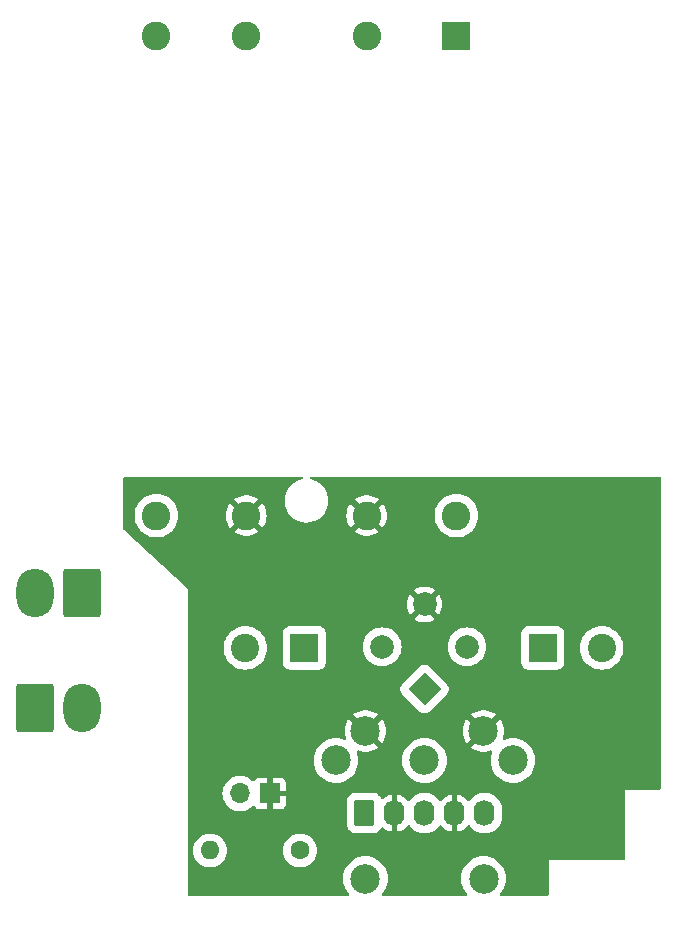
<source format=gbr>
%TF.GenerationSoftware,KiCad,Pcbnew,8.0.2*%
%TF.CreationDate,2024-08-04T20:07:12-04:00*%
%TF.ProjectId,M1PSX3,4d315053-5833-42e6-9b69-6361645f7063,rev?*%
%TF.SameCoordinates,Original*%
%TF.FileFunction,Copper,L1,Top*%
%TF.FilePolarity,Positive*%
%FSLAX46Y46*%
G04 Gerber Fmt 4.6, Leading zero omitted, Abs format (unit mm)*
G04 Created by KiCad (PCBNEW 8.0.2) date 2024-08-04 20:07:12*
%MOMM*%
%LPD*%
G01*
G04 APERTURE LIST*
G04 Aperture macros list*
%AMRoundRect*
0 Rectangle with rounded corners*
0 $1 Rounding radius*
0 $2 $3 $4 $5 $6 $7 $8 $9 X,Y pos of 4 corners*
0 Add a 4 corners polygon primitive as box body*
4,1,4,$2,$3,$4,$5,$6,$7,$8,$9,$2,$3,0*
0 Add four circle primitives for the rounded corners*
1,1,$1+$1,$2,$3*
1,1,$1+$1,$4,$5*
1,1,$1+$1,$6,$7*
1,1,$1+$1,$8,$9*
0 Add four rect primitives between the rounded corners*
20,1,$1+$1,$2,$3,$4,$5,0*
20,1,$1+$1,$4,$5,$6,$7,0*
20,1,$1+$1,$6,$7,$8,$9,0*
20,1,$1+$1,$8,$9,$2,$3,0*%
%AMHorizOval*
0 Thick line with rounded ends*
0 $1 width*
0 $2 $3 position (X,Y) of the first rounded end (center of the circle)*
0 $4 $5 position (X,Y) of the second rounded end (center of the circle)*
0 Add line between two ends*
20,1,$1,$2,$3,$4,$5,0*
0 Add two circle primitives to create the rounded ends*
1,1,$1,$2,$3*
1,1,$1,$4,$5*%
%AMRotRect*
0 Rectangle, with rotation*
0 The origin of the aperture is its center*
0 $1 length*
0 $2 width*
0 $3 Rotation angle, in degrees counterclockwise*
0 Add horizontal line*
21,1,$1,$2,0,0,$3*%
G04 Aperture macros list end*
%TA.AperFunction,ComponentPad*%
%ADD10R,1.700000X1.700000*%
%TD*%
%TA.AperFunction,ComponentPad*%
%ADD11O,1.700000X1.700000*%
%TD*%
%TA.AperFunction,WasherPad*%
%ADD12C,2.499360*%
%TD*%
%TA.AperFunction,ComponentPad*%
%ADD13C,2.499360*%
%TD*%
%TA.AperFunction,ComponentPad*%
%ADD14R,2.400000X2.400000*%
%TD*%
%TA.AperFunction,ComponentPad*%
%ADD15C,2.400000*%
%TD*%
%TA.AperFunction,ComponentPad*%
%ADD16RoundRect,0.250000X-1.330000X-1.800000X1.330000X-1.800000X1.330000X1.800000X-1.330000X1.800000X0*%
%TD*%
%TA.AperFunction,ComponentPad*%
%ADD17O,3.160000X4.100000*%
%TD*%
%TA.AperFunction,ComponentPad*%
%ADD18RoundRect,0.250000X1.330000X1.800000X-1.330000X1.800000X-1.330000X-1.800000X1.330000X-1.800000X0*%
%TD*%
%TA.AperFunction,ComponentPad*%
%ADD19RotRect,2.000000X2.000000X135.000000*%
%TD*%
%TA.AperFunction,ComponentPad*%
%ADD20HorizOval,2.000000X0.000000X0.000000X0.000000X0.000000X0*%
%TD*%
%TA.AperFunction,ComponentPad*%
%ADD21C,1.600000*%
%TD*%
%TA.AperFunction,ComponentPad*%
%ADD22O,1.600000X1.600000*%
%TD*%
%TA.AperFunction,ComponentPad*%
%ADD23R,2.430000X2.430000*%
%TD*%
%TA.AperFunction,ComponentPad*%
%ADD24C,2.430000*%
%TD*%
%TA.AperFunction,ComponentPad*%
%ADD25RoundRect,0.250000X-0.620000X-0.845000X0.620000X-0.845000X0.620000X0.845000X-0.620000X0.845000X0*%
%TD*%
%TA.AperFunction,ComponentPad*%
%ADD26O,1.740000X2.190000*%
%TD*%
G04 APERTURE END LIST*
D10*
%TO.P,LED1,1,Pin_1*%
%TO.N,GND*%
X89916000Y-100330000D03*
D11*
%TO.P,LED1,2,Pin_2*%
%TO.N,Net-(LED1-Pin_2)*%
X87376000Y-100330000D03*
%TD*%
D12*
%TO.P,J3,*%
%TO.N,*%
X97992480Y-107531090D03*
X107995000Y-107531090D03*
D13*
%TO.P,J3,1,Pin_1*%
%TO.N,Net-(J2-Pin_5)*%
X110491820Y-97536190D03*
%TO.P,J3,2,Pin_2*%
%TO.N,Net-(D1-+)*%
X102993740Y-97533650D03*
%TO.P,J3,3,Pin_3*%
%TO.N,Net-(J2-Pin_1)*%
X95495660Y-97536190D03*
%TO.P,J3,4,Pin_4*%
%TO.N,GND*%
X107989920Y-95034290D03*
%TO.P,J3,5,Pin_5*%
X97997560Y-95034290D03*
%TD*%
D14*
%TO.P,C1,1*%
%TO.N,Net-(C1-Pad1)*%
X92823959Y-88000000D03*
D15*
%TO.P,C1,2*%
%TO.N,Net-(J2-Pin_1)*%
X87823959Y-88000000D03*
%TD*%
D16*
%TO.P,J1,1,Pin_1*%
%TO.N,Net-(J1-Pin_1)*%
X70020000Y-93105000D03*
D17*
%TO.P,J1,2,Pin_2*%
%TO.N,Net-(J1-Pin_2)*%
X73980000Y-93105000D03*
%TD*%
D18*
%TO.P,J4,1,Pin_1*%
%TO.N,Net-(J1-Pin_2)*%
X73980000Y-83345000D03*
D17*
%TO.P,J4,2,Pin_2*%
%TO.N,Net-(J1-Pin_1)*%
X70020000Y-83345000D03*
%TD*%
D19*
%TO.P,D1,1,+*%
%TO.N,Net-(D1-+)*%
X103000000Y-91500000D03*
D20*
%TO.P,D1,2*%
%TO.N,Net-(C2-Pad1)*%
X106592102Y-87907898D03*
%TO.P,D1,3,-*%
%TO.N,GND*%
X103000000Y-84315795D03*
%TO.P,D1,4*%
%TO.N,Net-(C1-Pad1)*%
X99407898Y-87907898D03*
%TD*%
D21*
%TO.P,R1,1*%
%TO.N,Net-(D1-+)*%
X92456000Y-105156000D03*
D22*
%TO.P,R1,2*%
%TO.N,Net-(LED1-Pin_2)*%
X84836000Y-105156000D03*
%TD*%
D14*
%TO.P,C2,1*%
%TO.N,Net-(C2-Pad1)*%
X113000000Y-88000000D03*
D15*
%TO.P,C2,2*%
%TO.N,Net-(J2-Pin_5)*%
X118000000Y-88000000D03*
%TD*%
D23*
%TO.P,T1,1*%
%TO.N,Net-(J1-Pin_2)*%
X105700000Y-36200000D03*
D24*
%TO.P,T1,2*%
%TO.N,Net-(T1-Pad2)*%
X98100000Y-36200000D03*
%TO.P,T1,3*%
X87900000Y-36200000D03*
%TO.P,T1,4*%
%TO.N,Net-(J1-Pin_1)*%
X80300000Y-36200000D03*
%TO.P,T1,5*%
%TO.N,Net-(J2-Pin_5)*%
X105700000Y-76800000D03*
%TO.P,T1,6*%
%TO.N,GND*%
X98100000Y-76800000D03*
%TO.P,T1,7*%
X87900000Y-76800000D03*
%TO.P,T1,8*%
%TO.N,Net-(J2-Pin_1)*%
X80300000Y-76800000D03*
%TD*%
D25*
%TO.P,J2,1,Pin_1*%
%TO.N,Net-(J2-Pin_1)*%
X97913755Y-101985000D03*
D26*
%TO.P,J2,2,Pin_2*%
%TO.N,GND*%
X100453755Y-101985000D03*
%TO.P,J2,3,Pin_3*%
%TO.N,Net-(D1-+)*%
X102993755Y-101985000D03*
%TO.P,J2,4,Pin_4*%
%TO.N,GND*%
X105533755Y-101985000D03*
%TO.P,J2,5,Pin_5*%
%TO.N,Net-(J2-Pin_5)*%
X108073755Y-101985000D03*
%TD*%
%TA.AperFunction,Conductor*%
%TO.N,GND*%
G36*
X92674382Y-73519685D02*
G01*
X92720137Y-73572489D01*
X92730081Y-73641647D01*
X92701056Y-73705203D01*
X92642278Y-73742977D01*
X92639486Y-73743761D01*
X92476694Y-73787381D01*
X92407926Y-73805808D01*
X92185337Y-73898006D01*
X92185328Y-73898011D01*
X92059644Y-73970575D01*
X91976671Y-74018480D01*
X91976668Y-74018481D01*
X91976663Y-74018485D01*
X91785523Y-74165151D01*
X91785516Y-74165157D01*
X91615157Y-74335516D01*
X91615151Y-74335523D01*
X91468485Y-74526663D01*
X91348011Y-74735328D01*
X91348006Y-74735337D01*
X91255808Y-74957926D01*
X91193447Y-75190658D01*
X91162000Y-75429530D01*
X91162000Y-75670469D01*
X91193447Y-75909341D01*
X91255808Y-76142073D01*
X91348006Y-76364662D01*
X91348011Y-76364671D01*
X91468480Y-76573329D01*
X91468483Y-76573334D01*
X91468485Y-76573336D01*
X91615151Y-76764476D01*
X91615157Y-76764483D01*
X91785516Y-76934842D01*
X91785523Y-76934848D01*
X91976663Y-77081514D01*
X91976671Y-77081520D01*
X92185329Y-77201989D01*
X92185332Y-77201990D01*
X92185337Y-77201993D01*
X92305424Y-77251734D01*
X92407927Y-77294192D01*
X92640655Y-77356552D01*
X92819812Y-77380138D01*
X92879530Y-77388000D01*
X92879531Y-77388000D01*
X93120470Y-77388000D01*
X93168244Y-77381710D01*
X93359345Y-77356552D01*
X93592073Y-77294192D01*
X93767053Y-77221712D01*
X93814662Y-77201993D01*
X93814663Y-77201991D01*
X93814671Y-77201989D01*
X94023329Y-77081520D01*
X94214478Y-76934847D01*
X94349330Y-76799995D01*
X96380191Y-76799995D01*
X96380191Y-76800004D01*
X96399399Y-77056322D01*
X96399399Y-77056324D01*
X96456593Y-77306909D01*
X96456599Y-77306928D01*
X96550503Y-77546191D01*
X96550507Y-77546199D01*
X96679026Y-77768802D01*
X96722778Y-77823667D01*
X97376499Y-77169946D01*
X97382188Y-77183679D01*
X97470832Y-77316345D01*
X97583655Y-77429168D01*
X97716321Y-77517812D01*
X97730052Y-77523499D01*
X97076018Y-78177532D01*
X97240095Y-78289397D01*
X97240099Y-78289399D01*
X97471677Y-78400922D01*
X97471681Y-78400923D01*
X97717304Y-78476689D01*
X97717310Y-78476691D01*
X97971471Y-78514999D01*
X97971480Y-78515000D01*
X98228520Y-78515000D01*
X98228528Y-78514999D01*
X98482689Y-78476691D01*
X98482695Y-78476689D01*
X98728320Y-78400923D01*
X98959896Y-78289402D01*
X98959898Y-78289401D01*
X99123980Y-78177532D01*
X98469947Y-77523499D01*
X98483679Y-77517812D01*
X98616345Y-77429168D01*
X98729168Y-77316345D01*
X98817812Y-77183679D01*
X98823499Y-77169947D01*
X99477219Y-77823667D01*
X99477220Y-77823666D01*
X99520966Y-77768812D01*
X99520973Y-77768801D01*
X99649492Y-77546199D01*
X99649496Y-77546191D01*
X99743400Y-77306928D01*
X99743406Y-77306909D01*
X99800600Y-77056324D01*
X99800600Y-77056322D01*
X99819809Y-76800004D01*
X99819809Y-76799998D01*
X103844773Y-76799998D01*
X103844773Y-76800001D01*
X103863657Y-77064027D01*
X103863658Y-77064034D01*
X103919921Y-77322673D01*
X104012426Y-77570690D01*
X104012428Y-77570694D01*
X104139280Y-77803005D01*
X104139285Y-77803013D01*
X104297906Y-78014907D01*
X104297922Y-78014925D01*
X104485074Y-78202077D01*
X104485092Y-78202093D01*
X104696986Y-78360714D01*
X104696994Y-78360719D01*
X104929305Y-78487571D01*
X104929309Y-78487573D01*
X104929311Y-78487574D01*
X105177322Y-78580077D01*
X105177325Y-78580077D01*
X105177326Y-78580078D01*
X105372552Y-78622546D01*
X105435974Y-78636343D01*
X105679660Y-78653772D01*
X105699999Y-78655227D01*
X105700000Y-78655227D01*
X105700001Y-78655227D01*
X105718885Y-78653876D01*
X105964026Y-78636343D01*
X106222678Y-78580077D01*
X106470689Y-78487574D01*
X106703011Y-78360716D01*
X106914915Y-78202087D01*
X107102087Y-78014915D01*
X107260716Y-77803011D01*
X107387574Y-77570689D01*
X107480077Y-77322678D01*
X107536343Y-77064026D01*
X107555227Y-76800000D01*
X107536343Y-76535974D01*
X107480077Y-76277322D01*
X107387574Y-76029311D01*
X107366108Y-75990000D01*
X107260719Y-75796994D01*
X107260714Y-75796986D01*
X107102093Y-75585092D01*
X107102077Y-75585074D01*
X106914925Y-75397922D01*
X106914907Y-75397906D01*
X106703013Y-75239285D01*
X106703005Y-75239280D01*
X106470694Y-75112428D01*
X106470690Y-75112426D01*
X106222673Y-75019921D01*
X105964034Y-74963658D01*
X105964027Y-74963657D01*
X105700001Y-74944773D01*
X105699999Y-74944773D01*
X105435972Y-74963657D01*
X105435965Y-74963658D01*
X105177326Y-75019921D01*
X104929309Y-75112426D01*
X104929305Y-75112428D01*
X104696994Y-75239280D01*
X104696986Y-75239285D01*
X104485092Y-75397906D01*
X104485074Y-75397922D01*
X104297922Y-75585074D01*
X104297906Y-75585092D01*
X104139285Y-75796986D01*
X104139280Y-75796994D01*
X104012428Y-76029305D01*
X104012426Y-76029309D01*
X103919921Y-76277326D01*
X103863658Y-76535965D01*
X103863657Y-76535972D01*
X103844773Y-76799998D01*
X99819809Y-76799998D01*
X99819809Y-76799995D01*
X99800600Y-76543677D01*
X99800600Y-76543675D01*
X99743406Y-76293090D01*
X99743400Y-76293071D01*
X99649496Y-76053808D01*
X99649492Y-76053800D01*
X99520970Y-75831193D01*
X99477220Y-75776331D01*
X98823499Y-76430052D01*
X98817812Y-76416321D01*
X98729168Y-76283655D01*
X98616345Y-76170832D01*
X98483679Y-76082188D01*
X98469947Y-76076500D01*
X99123980Y-75422466D01*
X98959905Y-75310602D01*
X98959896Y-75310597D01*
X98728319Y-75199076D01*
X98728321Y-75199076D01*
X98482695Y-75123310D01*
X98482689Y-75123308D01*
X98228528Y-75085000D01*
X97971471Y-75085000D01*
X97717310Y-75123308D01*
X97717304Y-75123310D01*
X97471681Y-75199076D01*
X97471677Y-75199077D01*
X97240096Y-75310601D01*
X97240088Y-75310606D01*
X97076018Y-75422465D01*
X97730052Y-76076499D01*
X97716321Y-76082188D01*
X97583655Y-76170832D01*
X97470832Y-76283655D01*
X97382188Y-76416321D01*
X97376500Y-76430052D01*
X96722779Y-75776332D01*
X96679023Y-75831201D01*
X96550507Y-76053800D01*
X96550503Y-76053808D01*
X96456599Y-76293071D01*
X96456593Y-76293090D01*
X96399399Y-76543675D01*
X96399399Y-76543677D01*
X96380191Y-76799995D01*
X94349330Y-76799995D01*
X94384847Y-76764478D01*
X94531520Y-76573329D01*
X94651989Y-76364671D01*
X94744192Y-76142073D01*
X94806552Y-75909345D01*
X94838000Y-75670469D01*
X94838000Y-75429531D01*
X94833837Y-75397913D01*
X94830138Y-75369812D01*
X94806552Y-75190655D01*
X94744192Y-74957927D01*
X94701734Y-74855424D01*
X94651993Y-74735337D01*
X94651988Y-74735328D01*
X94531520Y-74526671D01*
X94384847Y-74335522D01*
X94384842Y-74335516D01*
X94214483Y-74165157D01*
X94214476Y-74165151D01*
X94023336Y-74018485D01*
X94023334Y-74018483D01*
X94023329Y-74018480D01*
X93814671Y-73898011D01*
X93814662Y-73898006D01*
X93592073Y-73805808D01*
X93360561Y-73743773D01*
X93300903Y-73707410D01*
X93270374Y-73644563D01*
X93278669Y-73575187D01*
X93323154Y-73521309D01*
X93389706Y-73500035D01*
X93392657Y-73500000D01*
X122876000Y-73500000D01*
X122943039Y-73519685D01*
X122988794Y-73572489D01*
X123000000Y-73624000D01*
X123000000Y-99876000D01*
X122980315Y-99943039D01*
X122927511Y-99988794D01*
X122876000Y-100000000D01*
X120000000Y-100000000D01*
X120000000Y-105876000D01*
X119980315Y-105943039D01*
X119927511Y-105988794D01*
X119876000Y-106000000D01*
X113500000Y-106000000D01*
X113500000Y-108876000D01*
X113480315Y-108943039D01*
X113427511Y-108988794D01*
X113376000Y-109000000D01*
X109491500Y-109000000D01*
X109424461Y-108980315D01*
X109378706Y-108927511D01*
X109368762Y-108858353D01*
X109397787Y-108794797D01*
X109403819Y-108788319D01*
X109423353Y-108768784D01*
X109423363Y-108768774D01*
X109584965Y-108552898D01*
X109714200Y-108316222D01*
X109808437Y-108063563D01*
X109865758Y-107800064D01*
X109884995Y-107531090D01*
X109865758Y-107262116D01*
X109808437Y-106998617D01*
X109714200Y-106745958D01*
X109629859Y-106591500D01*
X109584968Y-106509287D01*
X109584963Y-106509279D01*
X109423369Y-106293413D01*
X109423353Y-106293395D01*
X109232694Y-106102736D01*
X109232676Y-106102720D01*
X109016810Y-105941126D01*
X109016802Y-105941121D01*
X108780137Y-105811892D01*
X108780133Y-105811890D01*
X108684345Y-105776163D01*
X108527473Y-105717653D01*
X108527469Y-105717652D01*
X108527466Y-105717651D01*
X108263979Y-105660332D01*
X107995001Y-105641095D01*
X107994999Y-105641095D01*
X107726020Y-105660332D01*
X107462533Y-105717651D01*
X107462528Y-105717652D01*
X107462527Y-105717653D01*
X107401440Y-105740437D01*
X107209866Y-105811890D01*
X107209862Y-105811892D01*
X106973197Y-105941121D01*
X106973189Y-105941126D01*
X106757323Y-106102720D01*
X106757305Y-106102736D01*
X106566646Y-106293395D01*
X106566630Y-106293413D01*
X106405036Y-106509279D01*
X106405031Y-106509287D01*
X106275802Y-106745952D01*
X106275800Y-106745956D01*
X106181561Y-106998623D01*
X106124242Y-107262110D01*
X106105005Y-107531088D01*
X106105005Y-107531091D01*
X106124242Y-107800069D01*
X106181561Y-108063556D01*
X106181563Y-108063563D01*
X106240073Y-108220435D01*
X106275800Y-108316223D01*
X106275802Y-108316227D01*
X106405031Y-108552892D01*
X106405036Y-108552900D01*
X106566630Y-108768766D01*
X106566646Y-108768784D01*
X106586181Y-108788319D01*
X106619666Y-108849642D01*
X106614682Y-108919334D01*
X106572810Y-108975267D01*
X106507346Y-108999684D01*
X106498500Y-109000000D01*
X99488980Y-109000000D01*
X99421941Y-108980315D01*
X99376186Y-108927511D01*
X99366242Y-108858353D01*
X99395267Y-108794797D01*
X99401299Y-108788319D01*
X99420833Y-108768784D01*
X99420843Y-108768774D01*
X99582445Y-108552898D01*
X99711680Y-108316222D01*
X99805917Y-108063563D01*
X99863238Y-107800064D01*
X99882475Y-107531090D01*
X99863238Y-107262116D01*
X99805917Y-106998617D01*
X99711680Y-106745958D01*
X99627339Y-106591500D01*
X99582448Y-106509287D01*
X99582443Y-106509279D01*
X99420849Y-106293413D01*
X99420833Y-106293395D01*
X99230174Y-106102736D01*
X99230156Y-106102720D01*
X99014290Y-105941126D01*
X99014282Y-105941121D01*
X98777617Y-105811892D01*
X98777613Y-105811890D01*
X98681825Y-105776163D01*
X98524953Y-105717653D01*
X98524949Y-105717652D01*
X98524946Y-105717651D01*
X98261459Y-105660332D01*
X97992481Y-105641095D01*
X97992479Y-105641095D01*
X97723500Y-105660332D01*
X97460013Y-105717651D01*
X97460008Y-105717652D01*
X97460007Y-105717653D01*
X97398920Y-105740437D01*
X97207346Y-105811890D01*
X97207342Y-105811892D01*
X96970677Y-105941121D01*
X96970669Y-105941126D01*
X96754803Y-106102720D01*
X96754785Y-106102736D01*
X96564126Y-106293395D01*
X96564110Y-106293413D01*
X96402516Y-106509279D01*
X96402511Y-106509287D01*
X96273282Y-106745952D01*
X96273280Y-106745956D01*
X96179041Y-106998623D01*
X96121722Y-107262110D01*
X96102485Y-107531088D01*
X96102485Y-107531091D01*
X96121722Y-107800069D01*
X96179041Y-108063556D01*
X96179043Y-108063563D01*
X96237553Y-108220435D01*
X96273280Y-108316223D01*
X96273282Y-108316227D01*
X96402511Y-108552892D01*
X96402516Y-108552900D01*
X96564110Y-108768766D01*
X96564126Y-108768784D01*
X96583661Y-108788319D01*
X96617146Y-108849642D01*
X96612162Y-108919334D01*
X96570290Y-108975267D01*
X96504826Y-108999684D01*
X96495980Y-109000000D01*
X83124000Y-109000000D01*
X83056961Y-108980315D01*
X83011206Y-108927511D01*
X83000000Y-108876000D01*
X83000000Y-105155993D01*
X83395580Y-105155993D01*
X83395580Y-105156006D01*
X83415223Y-105393077D01*
X83415225Y-105393088D01*
X83473625Y-105623702D01*
X83569188Y-105841565D01*
X83699304Y-106040721D01*
X83699306Y-106040724D01*
X83756377Y-106102720D01*
X83860432Y-106215753D01*
X83860436Y-106215756D01*
X84048156Y-106361865D01*
X84048162Y-106361869D01*
X84048165Y-106361871D01*
X84257390Y-106475098D01*
X84482398Y-106552344D01*
X84717051Y-106591500D01*
X84954949Y-106591500D01*
X85189602Y-106552344D01*
X85414610Y-106475098D01*
X85623835Y-106361871D01*
X85811570Y-106215751D01*
X85972694Y-106040724D01*
X86102812Y-105841564D01*
X86198374Y-105623704D01*
X86256775Y-105393085D01*
X86276420Y-105156000D01*
X86276420Y-105155993D01*
X91015580Y-105155993D01*
X91015580Y-105156006D01*
X91035223Y-105393077D01*
X91035225Y-105393088D01*
X91093625Y-105623702D01*
X91189188Y-105841565D01*
X91319304Y-106040721D01*
X91319306Y-106040724D01*
X91376377Y-106102720D01*
X91480432Y-106215753D01*
X91480436Y-106215756D01*
X91668156Y-106361865D01*
X91668162Y-106361869D01*
X91668165Y-106361871D01*
X91877390Y-106475098D01*
X92102398Y-106552344D01*
X92337051Y-106591500D01*
X92574949Y-106591500D01*
X92809602Y-106552344D01*
X93034610Y-106475098D01*
X93243835Y-106361871D01*
X93431570Y-106215751D01*
X93592694Y-106040724D01*
X93722812Y-105841564D01*
X93818374Y-105623704D01*
X93876775Y-105393085D01*
X93896420Y-105156000D01*
X93896420Y-105155993D01*
X93876776Y-104918922D01*
X93876774Y-104918911D01*
X93818374Y-104688297D01*
X93722811Y-104470434D01*
X93592695Y-104271278D01*
X93592694Y-104271276D01*
X93431570Y-104096249D01*
X93431569Y-104096248D01*
X93431567Y-104096246D01*
X93431563Y-104096243D01*
X93243843Y-103950134D01*
X93243837Y-103950130D01*
X93034611Y-103836902D01*
X93034602Y-103836899D01*
X92809604Y-103759656D01*
X92574949Y-103720500D01*
X92337051Y-103720500D01*
X92102395Y-103759656D01*
X91877397Y-103836899D01*
X91877388Y-103836902D01*
X91668162Y-103950130D01*
X91668156Y-103950134D01*
X91480436Y-104096243D01*
X91480432Y-104096246D01*
X91319307Y-104271274D01*
X91319304Y-104271278D01*
X91189188Y-104470434D01*
X91093625Y-104688297D01*
X91035225Y-104918911D01*
X91035223Y-104918922D01*
X91015580Y-105155993D01*
X86276420Y-105155993D01*
X86256776Y-104918922D01*
X86256774Y-104918911D01*
X86198374Y-104688297D01*
X86102811Y-104470434D01*
X85972695Y-104271278D01*
X85972694Y-104271276D01*
X85811570Y-104096249D01*
X85811569Y-104096248D01*
X85811567Y-104096246D01*
X85811563Y-104096243D01*
X85623843Y-103950134D01*
X85623837Y-103950130D01*
X85414611Y-103836902D01*
X85414602Y-103836899D01*
X85189604Y-103759656D01*
X84954949Y-103720500D01*
X84717051Y-103720500D01*
X84482395Y-103759656D01*
X84257397Y-103836899D01*
X84257388Y-103836902D01*
X84048162Y-103950130D01*
X84048156Y-103950134D01*
X83860436Y-104096243D01*
X83860432Y-104096246D01*
X83699307Y-104271274D01*
X83699304Y-104271278D01*
X83569188Y-104470434D01*
X83473625Y-104688297D01*
X83415225Y-104918911D01*
X83415223Y-104918922D01*
X83395580Y-105155993D01*
X83000000Y-105155993D01*
X83000000Y-100329994D01*
X85885409Y-100329994D01*
X85885409Y-100330005D01*
X85905738Y-100575339D01*
X85966172Y-100813992D01*
X86065064Y-101039444D01*
X86188153Y-101227844D01*
X86199714Y-101245540D01*
X86302020Y-101356674D01*
X86366452Y-101426665D01*
X86366456Y-101426668D01*
X86560720Y-101577870D01*
X86560724Y-101577873D01*
X86560726Y-101577874D01*
X86560729Y-101577876D01*
X86644758Y-101623350D01*
X86777236Y-101695043D01*
X87010082Y-101774979D01*
X87252908Y-101815500D01*
X87252909Y-101815500D01*
X87499091Y-101815500D01*
X87499092Y-101815500D01*
X87741918Y-101774979D01*
X87974764Y-101695043D01*
X88191276Y-101577873D01*
X88385550Y-101426663D01*
X88418781Y-101390563D01*
X88478665Y-101354575D01*
X88548503Y-101356674D01*
X88606120Y-101396198D01*
X88618839Y-101415117D01*
X88622647Y-101422090D01*
X88708809Y-101537187D01*
X88708812Y-101537190D01*
X88823906Y-101623350D01*
X88823913Y-101623354D01*
X88958620Y-101673596D01*
X88958627Y-101673598D01*
X89018155Y-101679999D01*
X89018172Y-101680000D01*
X89666000Y-101680000D01*
X89666000Y-100763012D01*
X89723007Y-100795925D01*
X89850174Y-100830000D01*
X89981826Y-100830000D01*
X90108993Y-100795925D01*
X90166000Y-100763012D01*
X90166000Y-101680000D01*
X90813828Y-101680000D01*
X90813844Y-101679999D01*
X90873372Y-101673598D01*
X90873379Y-101673596D01*
X91008086Y-101623354D01*
X91008093Y-101623350D01*
X91123187Y-101537190D01*
X91123190Y-101537187D01*
X91209350Y-101422093D01*
X91209354Y-101422086D01*
X91259596Y-101287379D01*
X91259598Y-101287372D01*
X91265999Y-101227844D01*
X91266000Y-101227827D01*
X91266000Y-101078013D01*
X96408255Y-101078013D01*
X96408255Y-102891970D01*
X96408256Y-102891989D01*
X96414338Y-102969282D01*
X96414338Y-102969285D01*
X96414339Y-102969286D01*
X96462516Y-103149083D01*
X96483613Y-103190489D01*
X96547019Y-103314934D01*
X96547021Y-103314936D01*
X96601109Y-103381728D01*
X96664163Y-103459592D01*
X96753479Y-103531919D01*
X96808818Y-103576733D01*
X96808820Y-103576735D01*
X96864686Y-103605199D01*
X96974672Y-103661239D01*
X97154469Y-103709416D01*
X97231774Y-103715500D01*
X98595735Y-103715499D01*
X98673041Y-103709416D01*
X98852838Y-103661239D01*
X98978015Y-103597458D01*
X99018689Y-103576735D01*
X99018691Y-103576733D01*
X99042466Y-103557480D01*
X99163347Y-103459592D01*
X99280489Y-103314935D01*
X99311041Y-103254974D01*
X99318015Y-103241286D01*
X99365988Y-103190489D01*
X99433809Y-103173693D01*
X99499944Y-103196229D01*
X99516181Y-103209898D01*
X99561257Y-103254974D01*
X99735718Y-103381728D01*
X99927853Y-103479627D01*
X100132945Y-103546266D01*
X100203755Y-103557481D01*
X100203755Y-102527709D01*
X100224094Y-102539452D01*
X100375422Y-102580000D01*
X100532088Y-102580000D01*
X100683416Y-102539452D01*
X100703755Y-102527709D01*
X100703755Y-103557480D01*
X100774564Y-103546266D01*
X100979656Y-103479627D01*
X101171791Y-103381728D01*
X101346251Y-103254974D01*
X101346252Y-103254974D01*
X101498729Y-103102497D01*
X101498734Y-103102491D01*
X101539693Y-103046117D01*
X101595023Y-103003451D01*
X101664636Y-102997472D01*
X101726431Y-103030078D01*
X101740326Y-103046113D01*
X101845424Y-103190767D01*
X102012988Y-103358331D01*
X102204701Y-103497619D01*
X102415844Y-103605201D01*
X102641216Y-103678429D01*
X102875270Y-103715500D01*
X102875271Y-103715500D01*
X103112239Y-103715500D01*
X103112240Y-103715500D01*
X103346294Y-103678429D01*
X103571666Y-103605201D01*
X103782809Y-103497619D01*
X103974522Y-103358331D01*
X104142086Y-103190767D01*
X104247181Y-103046115D01*
X104302510Y-103003451D01*
X104372123Y-102997472D01*
X104433918Y-103030078D01*
X104447815Y-103046116D01*
X104488773Y-103102488D01*
X104488780Y-103102497D01*
X104641257Y-103254974D01*
X104815718Y-103381728D01*
X105007853Y-103479627D01*
X105212945Y-103546266D01*
X105283755Y-103557481D01*
X105283755Y-102527709D01*
X105304094Y-102539452D01*
X105455422Y-102580000D01*
X105612088Y-102580000D01*
X105763416Y-102539452D01*
X105783755Y-102527709D01*
X105783755Y-103557480D01*
X105854564Y-103546266D01*
X106059656Y-103479627D01*
X106251791Y-103381728D01*
X106426251Y-103254974D01*
X106426252Y-103254974D01*
X106578729Y-103102497D01*
X106578734Y-103102491D01*
X106619693Y-103046117D01*
X106675023Y-103003451D01*
X106744636Y-102997472D01*
X106806431Y-103030078D01*
X106820326Y-103046113D01*
X106925424Y-103190767D01*
X107092988Y-103358331D01*
X107284701Y-103497619D01*
X107495844Y-103605201D01*
X107721216Y-103678429D01*
X107955270Y-103715500D01*
X107955271Y-103715500D01*
X108192239Y-103715500D01*
X108192240Y-103715500D01*
X108426294Y-103678429D01*
X108651666Y-103605201D01*
X108862809Y-103497619D01*
X109054522Y-103358331D01*
X109222086Y-103190767D01*
X109361374Y-102999054D01*
X109468956Y-102787911D01*
X109542184Y-102562539D01*
X109579255Y-102328485D01*
X109579255Y-101641515D01*
X109542184Y-101407461D01*
X109468956Y-101182089D01*
X109361374Y-100970946D01*
X109222086Y-100779233D01*
X109054522Y-100611669D01*
X108862809Y-100472381D01*
X108651666Y-100364799D01*
X108426294Y-100291571D01*
X108426292Y-100291570D01*
X108426290Y-100291570D01*
X108230646Y-100260583D01*
X108192240Y-100254500D01*
X107955270Y-100254500D01*
X107916864Y-100260583D01*
X107721219Y-100291570D01*
X107495841Y-100364800D01*
X107284700Y-100472381D01*
X107175321Y-100551850D01*
X107092988Y-100611669D01*
X107092986Y-100611671D01*
X107092985Y-100611671D01*
X106925425Y-100779231D01*
X106820329Y-100923883D01*
X106764998Y-100966548D01*
X106695385Y-100972527D01*
X106633590Y-100939921D01*
X106619693Y-100923883D01*
X106578730Y-100867503D01*
X106426252Y-100715025D01*
X106251791Y-100588271D01*
X106059654Y-100490372D01*
X105854560Y-100423733D01*
X105783755Y-100412518D01*
X105783755Y-101442290D01*
X105763416Y-101430548D01*
X105612088Y-101390000D01*
X105455422Y-101390000D01*
X105304094Y-101430548D01*
X105283755Y-101442290D01*
X105283755Y-100412518D01*
X105283754Y-100412518D01*
X105212949Y-100423733D01*
X105007855Y-100490372D01*
X104815718Y-100588271D01*
X104641258Y-100715025D01*
X104641257Y-100715025D01*
X104488779Y-100867503D01*
X104447817Y-100923883D01*
X104392486Y-100966548D01*
X104322873Y-100972527D01*
X104261078Y-100939921D01*
X104247181Y-100923883D01*
X104148892Y-100788601D01*
X104142086Y-100779233D01*
X103974522Y-100611669D01*
X103782809Y-100472381D01*
X103571666Y-100364799D01*
X103346294Y-100291571D01*
X103346292Y-100291570D01*
X103346290Y-100291570D01*
X103150646Y-100260583D01*
X103112240Y-100254500D01*
X102875270Y-100254500D01*
X102836864Y-100260583D01*
X102641219Y-100291570D01*
X102415841Y-100364800D01*
X102204700Y-100472381D01*
X102095321Y-100551850D01*
X102012988Y-100611669D01*
X102012986Y-100611671D01*
X102012985Y-100611671D01*
X101845425Y-100779231D01*
X101740329Y-100923883D01*
X101684998Y-100966548D01*
X101615385Y-100972527D01*
X101553590Y-100939921D01*
X101539693Y-100923883D01*
X101498730Y-100867503D01*
X101346252Y-100715025D01*
X101171791Y-100588271D01*
X100979654Y-100490372D01*
X100774560Y-100423733D01*
X100703755Y-100412518D01*
X100703755Y-101442290D01*
X100683416Y-101430548D01*
X100532088Y-101390000D01*
X100375422Y-101390000D01*
X100224094Y-101430548D01*
X100203755Y-101442290D01*
X100203755Y-100412518D01*
X100203754Y-100412518D01*
X100132949Y-100423733D01*
X99927855Y-100490372D01*
X99735718Y-100588271D01*
X99561258Y-100715025D01*
X99561256Y-100715026D01*
X99516180Y-100760102D01*
X99454857Y-100793586D01*
X99385165Y-100788601D01*
X99329232Y-100746729D01*
X99318015Y-100728714D01*
X99280490Y-100655065D01*
X99280488Y-100655063D01*
X99215931Y-100575343D01*
X99163347Y-100510408D01*
X99091018Y-100451837D01*
X99018691Y-100393266D01*
X99018689Y-100393264D01*
X98894522Y-100330000D01*
X98852838Y-100308761D01*
X98673041Y-100260584D01*
X98673040Y-100260583D01*
X98673037Y-100260583D01*
X98610174Y-100255636D01*
X98595736Y-100254500D01*
X98595734Y-100254500D01*
X97231784Y-100254500D01*
X97231765Y-100254501D01*
X97154472Y-100260583D01*
X96974672Y-100308761D01*
X96808820Y-100393264D01*
X96808818Y-100393266D01*
X96664163Y-100510408D01*
X96547021Y-100655063D01*
X96547019Y-100655065D01*
X96462516Y-100820917D01*
X96414338Y-101000717D01*
X96408255Y-101078013D01*
X91266000Y-101078013D01*
X91266000Y-100580000D01*
X90349012Y-100580000D01*
X90381925Y-100522993D01*
X90416000Y-100395826D01*
X90416000Y-100264174D01*
X90381925Y-100137007D01*
X90349012Y-100080000D01*
X91266000Y-100080000D01*
X91266000Y-99432172D01*
X91265999Y-99432155D01*
X91259598Y-99372627D01*
X91259596Y-99372620D01*
X91209354Y-99237913D01*
X91209350Y-99237906D01*
X91123190Y-99122812D01*
X91123187Y-99122809D01*
X91008093Y-99036649D01*
X91008086Y-99036645D01*
X90873379Y-98986403D01*
X90873372Y-98986401D01*
X90813844Y-98980000D01*
X90166000Y-98980000D01*
X90166000Y-99896988D01*
X90108993Y-99864075D01*
X89981826Y-99830000D01*
X89850174Y-99830000D01*
X89723007Y-99864075D01*
X89666000Y-99896988D01*
X89666000Y-98980000D01*
X89018155Y-98980000D01*
X88958627Y-98986401D01*
X88958620Y-98986403D01*
X88823913Y-99036645D01*
X88823906Y-99036649D01*
X88708812Y-99122809D01*
X88708809Y-99122812D01*
X88622646Y-99237910D01*
X88618837Y-99244886D01*
X88569428Y-99294287D01*
X88501154Y-99309134D01*
X88435692Y-99284713D01*
X88418783Y-99269437D01*
X88385550Y-99233337D01*
X88385545Y-99233333D01*
X88385543Y-99233331D01*
X88191279Y-99082129D01*
X88191270Y-99082123D01*
X87974770Y-98964960D01*
X87974767Y-98964958D01*
X87974764Y-98964957D01*
X87974761Y-98964956D01*
X87974759Y-98964955D01*
X87741920Y-98885021D01*
X87580034Y-98858007D01*
X87499092Y-98844500D01*
X87252908Y-98844500D01*
X87192201Y-98854630D01*
X87010079Y-98885021D01*
X86777240Y-98964955D01*
X86777229Y-98964960D01*
X86560729Y-99082123D01*
X86560720Y-99082129D01*
X86366456Y-99233331D01*
X86366452Y-99233334D01*
X86199715Y-99414458D01*
X86199712Y-99414462D01*
X86065064Y-99620555D01*
X85966172Y-99846007D01*
X85905738Y-100084660D01*
X85885409Y-100329994D01*
X83000000Y-100329994D01*
X83000000Y-97536188D01*
X93605665Y-97536188D01*
X93605665Y-97536191D01*
X93624902Y-97805169D01*
X93681670Y-98066123D01*
X93682223Y-98068663D01*
X93740733Y-98225535D01*
X93776460Y-98321323D01*
X93776462Y-98321327D01*
X93905691Y-98557992D01*
X93905696Y-98558000D01*
X94067290Y-98773866D01*
X94067306Y-98773884D01*
X94257965Y-98964543D01*
X94257983Y-98964559D01*
X94473849Y-99126153D01*
X94473857Y-99126158D01*
X94710522Y-99255387D01*
X94710526Y-99255389D01*
X94710528Y-99255390D01*
X94963187Y-99349627D01*
X95068884Y-99372620D01*
X95226680Y-99406947D01*
X95226682Y-99406947D01*
X95226686Y-99406948D01*
X95465712Y-99424043D01*
X95495659Y-99426185D01*
X95495660Y-99426185D01*
X95495661Y-99426185D01*
X95522606Y-99424257D01*
X95764634Y-99406948D01*
X96028133Y-99349627D01*
X96280792Y-99255390D01*
X96517468Y-99126155D01*
X96733344Y-98964553D01*
X96924023Y-98773874D01*
X97085625Y-98557998D01*
X97214860Y-98321322D01*
X97309097Y-98068663D01*
X97366418Y-97805164D01*
X97385655Y-97536190D01*
X97385473Y-97533651D01*
X97385473Y-97533648D01*
X101103745Y-97533648D01*
X101103745Y-97533651D01*
X101122982Y-97802629D01*
X101180301Y-98066116D01*
X101180303Y-98066123D01*
X101238813Y-98222995D01*
X101274540Y-98318783D01*
X101274542Y-98318787D01*
X101403771Y-98555452D01*
X101403776Y-98555460D01*
X101565370Y-98771326D01*
X101565386Y-98771344D01*
X101756045Y-98962003D01*
X101756063Y-98962019D01*
X101971929Y-99123613D01*
X101971937Y-99123618D01*
X102208602Y-99252847D01*
X102208606Y-99252849D01*
X102208608Y-99252850D01*
X102461267Y-99347087D01*
X102578640Y-99372620D01*
X102724760Y-99404407D01*
X102724762Y-99404407D01*
X102724766Y-99404408D01*
X102963792Y-99421503D01*
X102993739Y-99423645D01*
X102993740Y-99423645D01*
X102993741Y-99423645D01*
X103020686Y-99421717D01*
X103262714Y-99404408D01*
X103526213Y-99347087D01*
X103778872Y-99252850D01*
X104015548Y-99123615D01*
X104231424Y-98962013D01*
X104422103Y-98771334D01*
X104583705Y-98555458D01*
X104712940Y-98318782D01*
X104807177Y-98066123D01*
X104863944Y-97805169D01*
X104864497Y-97802629D01*
X104864497Y-97802628D01*
X104864498Y-97802624D01*
X104883553Y-97536190D01*
X104883735Y-97533651D01*
X104883735Y-97533648D01*
X104879880Y-97479756D01*
X104864498Y-97264676D01*
X104807177Y-97001177D01*
X104712940Y-96748518D01*
X104606621Y-96553810D01*
X104583708Y-96511847D01*
X104583703Y-96511839D01*
X104422109Y-96295973D01*
X104422093Y-96295955D01*
X104231434Y-96105296D01*
X104231416Y-96105280D01*
X104015550Y-95943686D01*
X104015542Y-95943681D01*
X103778877Y-95814452D01*
X103778873Y-95814450D01*
X103683085Y-95778723D01*
X103526213Y-95720213D01*
X103526209Y-95720212D01*
X103526206Y-95720211D01*
X103262719Y-95662892D01*
X102993741Y-95643655D01*
X102993739Y-95643655D01*
X102724760Y-95662892D01*
X102461273Y-95720211D01*
X102461268Y-95720212D01*
X102461267Y-95720213D01*
X102427547Y-95732790D01*
X102208606Y-95814450D01*
X102208602Y-95814452D01*
X101971937Y-95943681D01*
X101971929Y-95943686D01*
X101756063Y-96105280D01*
X101756045Y-96105296D01*
X101565386Y-96295955D01*
X101565370Y-96295973D01*
X101403776Y-96511839D01*
X101403771Y-96511847D01*
X101274542Y-96748512D01*
X101274540Y-96748516D01*
X101180301Y-97001183D01*
X101122982Y-97264670D01*
X101103745Y-97533648D01*
X97385473Y-97533648D01*
X97381800Y-97482296D01*
X97366418Y-97267216D01*
X97365865Y-97264676D01*
X97309099Y-97003725D01*
X97309098Y-97003723D01*
X97309097Y-97003717D01*
X97249319Y-96843448D01*
X97244336Y-96773759D01*
X97277821Y-96712436D01*
X97339144Y-96678951D01*
X97402053Y-96681626D01*
X97607124Y-96744883D01*
X97866434Y-96783969D01*
X97866441Y-96783970D01*
X98128679Y-96783970D01*
X98128685Y-96783969D01*
X98387994Y-96744883D01*
X98388000Y-96744882D01*
X98638585Y-96667586D01*
X98874845Y-96553810D01*
X98874846Y-96553809D01*
X99046497Y-96436780D01*
X98282169Y-95672452D01*
X98328424Y-95653293D01*
X98442828Y-95576851D01*
X98540121Y-95479558D01*
X98616563Y-95365154D01*
X98635722Y-95318899D01*
X99399456Y-96082634D01*
X99399457Y-96082633D01*
X99447260Y-96022692D01*
X99447267Y-96022681D01*
X99578385Y-95795578D01*
X99674194Y-95551463D01*
X99674197Y-95551451D01*
X99732549Y-95295794D01*
X99752146Y-95034294D01*
X99752146Y-95034285D01*
X106235334Y-95034285D01*
X106235334Y-95034294D01*
X106254930Y-95295794D01*
X106313282Y-95551451D01*
X106313285Y-95551463D01*
X106409094Y-95795578D01*
X106540215Y-96022686D01*
X106588021Y-96082634D01*
X107351757Y-95318898D01*
X107370917Y-95365154D01*
X107447359Y-95479558D01*
X107544652Y-95576851D01*
X107659056Y-95653293D01*
X107705310Y-95672452D01*
X106940981Y-96436780D01*
X107112626Y-96553805D01*
X107112634Y-96553810D01*
X107348895Y-96667586D01*
X107348893Y-96667586D01*
X107599479Y-96744882D01*
X107599485Y-96744883D01*
X107858794Y-96783969D01*
X107858801Y-96783970D01*
X108121039Y-96783970D01*
X108121045Y-96783969D01*
X108380354Y-96744883D01*
X108380355Y-96744883D01*
X108585426Y-96681626D01*
X108655290Y-96680675D01*
X108714576Y-96717647D01*
X108744463Y-96780801D01*
X108738159Y-96843450D01*
X108738159Y-96843451D01*
X108679331Y-97001177D01*
X108678381Y-97003723D01*
X108621062Y-97267210D01*
X108601825Y-97536188D01*
X108601825Y-97536191D01*
X108621062Y-97805169D01*
X108677830Y-98066123D01*
X108678383Y-98068663D01*
X108736893Y-98225535D01*
X108772620Y-98321323D01*
X108772622Y-98321327D01*
X108901851Y-98557992D01*
X108901856Y-98558000D01*
X109063450Y-98773866D01*
X109063466Y-98773884D01*
X109254125Y-98964543D01*
X109254143Y-98964559D01*
X109470009Y-99126153D01*
X109470017Y-99126158D01*
X109706682Y-99255387D01*
X109706686Y-99255389D01*
X109706688Y-99255390D01*
X109959347Y-99349627D01*
X110065044Y-99372620D01*
X110222840Y-99406947D01*
X110222842Y-99406947D01*
X110222846Y-99406948D01*
X110461872Y-99424043D01*
X110491819Y-99426185D01*
X110491820Y-99426185D01*
X110491821Y-99426185D01*
X110518766Y-99424257D01*
X110760794Y-99406948D01*
X111024293Y-99349627D01*
X111276952Y-99255390D01*
X111513628Y-99126155D01*
X111729504Y-98964553D01*
X111920183Y-98773874D01*
X112081785Y-98557998D01*
X112211020Y-98321322D01*
X112305257Y-98068663D01*
X112362578Y-97805164D01*
X112381815Y-97536190D01*
X112381633Y-97533651D01*
X112377960Y-97482296D01*
X112362578Y-97267216D01*
X112362025Y-97264676D01*
X112333917Y-97135466D01*
X112305257Y-97003717D01*
X112211020Y-96751058D01*
X112103314Y-96553810D01*
X112081788Y-96514387D01*
X112081783Y-96514379D01*
X111920189Y-96298513D01*
X111920173Y-96298495D01*
X111729514Y-96107836D01*
X111729496Y-96107820D01*
X111513630Y-95946226D01*
X111513622Y-95946221D01*
X111276957Y-95816992D01*
X111276953Y-95816990D01*
X111181165Y-95781263D01*
X111024293Y-95722753D01*
X111024289Y-95722752D01*
X111024286Y-95722751D01*
X110760799Y-95665432D01*
X110491821Y-95646195D01*
X110491819Y-95646195D01*
X110222840Y-95665432D01*
X109959353Y-95722751D01*
X109959348Y-95722752D01*
X109959347Y-95722753D01*
X109932437Y-95732790D01*
X109797822Y-95782998D01*
X109728130Y-95787982D01*
X109666807Y-95754497D01*
X109633323Y-95693173D01*
X109638308Y-95623482D01*
X109639061Y-95621512D01*
X109666555Y-95551458D01*
X109666557Y-95551451D01*
X109724909Y-95295794D01*
X109744506Y-95034294D01*
X109744506Y-95034285D01*
X109724909Y-94772785D01*
X109666557Y-94517128D01*
X109666554Y-94517116D01*
X109570745Y-94273001D01*
X109439624Y-94045893D01*
X109391817Y-93985944D01*
X108628081Y-94749680D01*
X108608923Y-94703426D01*
X108532481Y-94589022D01*
X108435188Y-94491729D01*
X108320784Y-94415287D01*
X108274528Y-94396127D01*
X109038857Y-93631798D01*
X108867213Y-93514774D01*
X108867205Y-93514769D01*
X108630944Y-93400993D01*
X108630946Y-93400993D01*
X108380360Y-93323697D01*
X108380354Y-93323696D01*
X108121045Y-93284610D01*
X107858794Y-93284610D01*
X107599485Y-93323696D01*
X107599479Y-93323697D01*
X107348894Y-93400993D01*
X107112632Y-93514771D01*
X107112619Y-93514778D01*
X106940981Y-93631797D01*
X107705311Y-94396127D01*
X107659056Y-94415287D01*
X107544652Y-94491729D01*
X107447359Y-94589022D01*
X107370917Y-94703426D01*
X107351757Y-94749680D01*
X106588022Y-93985945D01*
X106540213Y-94045896D01*
X106409094Y-94273001D01*
X106313285Y-94517116D01*
X106313282Y-94517128D01*
X106254930Y-94772785D01*
X106235334Y-95034285D01*
X99752146Y-95034285D01*
X99732549Y-94772785D01*
X99674197Y-94517128D01*
X99674194Y-94517116D01*
X99578385Y-94273001D01*
X99447264Y-94045893D01*
X99399457Y-93985944D01*
X98635721Y-94749679D01*
X98616563Y-94703426D01*
X98540121Y-94589022D01*
X98442828Y-94491729D01*
X98328424Y-94415287D01*
X98282168Y-94396127D01*
X99046497Y-93631798D01*
X98874853Y-93514774D01*
X98874845Y-93514769D01*
X98638584Y-93400993D01*
X98638586Y-93400993D01*
X98388000Y-93323697D01*
X98387994Y-93323696D01*
X98128685Y-93284610D01*
X97866434Y-93284610D01*
X97607125Y-93323696D01*
X97607119Y-93323697D01*
X97356534Y-93400993D01*
X97120272Y-93514771D01*
X97120259Y-93514778D01*
X96948621Y-93631797D01*
X97712951Y-94396127D01*
X97666696Y-94415287D01*
X97552292Y-94491729D01*
X97454999Y-94589022D01*
X97378557Y-94703426D01*
X97359397Y-94749680D01*
X96595662Y-93985945D01*
X96547853Y-94045896D01*
X96416734Y-94273001D01*
X96320925Y-94517116D01*
X96320922Y-94517128D01*
X96262570Y-94772785D01*
X96242974Y-95034285D01*
X96242974Y-95034294D01*
X96262570Y-95295794D01*
X96320922Y-95551451D01*
X96320927Y-95551468D01*
X96348418Y-95621514D01*
X96354587Y-95691111D01*
X96322149Y-95752994D01*
X96261404Y-95787517D01*
X96191638Y-95783718D01*
X96189657Y-95782998D01*
X96109212Y-95752994D01*
X96028133Y-95722753D01*
X96028129Y-95722752D01*
X96028126Y-95722751D01*
X95764639Y-95665432D01*
X95495661Y-95646195D01*
X95495659Y-95646195D01*
X95226680Y-95665432D01*
X94963193Y-95722751D01*
X94963188Y-95722752D01*
X94963187Y-95722753D01*
X94936277Y-95732790D01*
X94710526Y-95816990D01*
X94710522Y-95816992D01*
X94473857Y-95946221D01*
X94473849Y-95946226D01*
X94257983Y-96107820D01*
X94257965Y-96107836D01*
X94067306Y-96298495D01*
X94067290Y-96298513D01*
X93905696Y-96514379D01*
X93905691Y-96514387D01*
X93776462Y-96751052D01*
X93776460Y-96751056D01*
X93741999Y-96843451D01*
X93683171Y-97001177D01*
X93682221Y-97003723D01*
X93624902Y-97267210D01*
X93605665Y-97536188D01*
X83000000Y-97536188D01*
X83000000Y-91419713D01*
X100950286Y-91419713D01*
X100950286Y-91580286D01*
X100990215Y-91735796D01*
X100990218Y-91735806D01*
X101067566Y-91876500D01*
X101067570Y-91876507D01*
X101091037Y-91903984D01*
X102596016Y-93408961D01*
X102623493Y-93432430D01*
X102764197Y-93509783D01*
X102919717Y-93549714D01*
X102919721Y-93549714D01*
X103080279Y-93549714D01*
X103080283Y-93549714D01*
X103235803Y-93509783D01*
X103376507Y-93432430D01*
X103403984Y-93408963D01*
X104908961Y-91903984D01*
X104932430Y-91876507D01*
X105009783Y-91735803D01*
X105049714Y-91580283D01*
X105049714Y-91419717D01*
X105009783Y-91264197D01*
X104932430Y-91123493D01*
X104908963Y-91096016D01*
X103403984Y-89591039D01*
X103376507Y-89567570D01*
X103376505Y-89567569D01*
X103376501Y-89567566D01*
X103235806Y-89490218D01*
X103235796Y-89490215D01*
X103080286Y-89450286D01*
X103080283Y-89450286D01*
X102919717Y-89450286D01*
X102919713Y-89450286D01*
X102764203Y-89490215D01*
X102764193Y-89490218D01*
X102623499Y-89567566D01*
X102623488Y-89567573D01*
X102596020Y-89591033D01*
X102596010Y-89591042D01*
X101091039Y-91096015D01*
X101067571Y-91123491D01*
X101067566Y-91123498D01*
X100990218Y-91264193D01*
X100990215Y-91264203D01*
X100950286Y-91419713D01*
X83000000Y-91419713D01*
X83000000Y-87999998D01*
X85983770Y-87999998D01*
X85983770Y-88000001D01*
X86002500Y-88261889D01*
X86058309Y-88518435D01*
X86150064Y-88764443D01*
X86150066Y-88764447D01*
X86275890Y-88994875D01*
X86275895Y-88994883D01*
X86433230Y-89205060D01*
X86433246Y-89205078D01*
X86618880Y-89390712D01*
X86618898Y-89390728D01*
X86829075Y-89548063D01*
X86829083Y-89548068D01*
X87059511Y-89673892D01*
X87059515Y-89673894D01*
X87059517Y-89673895D01*
X87305518Y-89765648D01*
X87562068Y-89821458D01*
X87562069Y-89821458D01*
X87562073Y-89821459D01*
X87794801Y-89838103D01*
X87823958Y-89840189D01*
X87823959Y-89840189D01*
X87823960Y-89840189D01*
X87845816Y-89838625D01*
X88085845Y-89821459D01*
X88342400Y-89765648D01*
X88588401Y-89673895D01*
X88818840Y-89548065D01*
X89029027Y-89390722D01*
X89214681Y-89205068D01*
X89372024Y-88994881D01*
X89497854Y-88764442D01*
X89589607Y-88518441D01*
X89645418Y-88261886D01*
X89664148Y-88000000D01*
X89645418Y-87738114D01*
X89589607Y-87481559D01*
X89497854Y-87235558D01*
X89458289Y-87163101D01*
X89372027Y-87005124D01*
X89372022Y-87005116D01*
X89214687Y-86794939D01*
X89214671Y-86794921D01*
X89155561Y-86735811D01*
X90988459Y-86735811D01*
X90988459Y-89264168D01*
X90988460Y-89264193D01*
X90991294Y-89300204D01*
X91036088Y-89454388D01*
X91036090Y-89454393D01*
X91117822Y-89592595D01*
X91117828Y-89592603D01*
X91231355Y-89706130D01*
X91231359Y-89706133D01*
X91231361Y-89706135D01*
X91369566Y-89787869D01*
X91410227Y-89799682D01*
X91523750Y-89832664D01*
X91523753Y-89832664D01*
X91523755Y-89832665D01*
X91559778Y-89835500D01*
X94088139Y-89835499D01*
X94124163Y-89832665D01*
X94278352Y-89787869D01*
X94416557Y-89706135D01*
X94530094Y-89592598D01*
X94611828Y-89454393D01*
X94656624Y-89300204D01*
X94659459Y-89264181D01*
X94659458Y-87907898D01*
X97767341Y-87907898D01*
X97787539Y-88164539D01*
X97847637Y-88414862D01*
X97946148Y-88652691D01*
X97946150Y-88652694D01*
X98080657Y-88872190D01*
X98080661Y-88872195D01*
X98156446Y-88960928D01*
X98247849Y-89067947D01*
X98373151Y-89174964D01*
X98443600Y-89235134D01*
X98443605Y-89235138D01*
X98663101Y-89369645D01*
X98663104Y-89369647D01*
X98857786Y-89450286D01*
X98900938Y-89468160D01*
X99151258Y-89528257D01*
X99407898Y-89548455D01*
X99664538Y-89528257D01*
X99914858Y-89468160D01*
X100101796Y-89390728D01*
X100152691Y-89369647D01*
X100152692Y-89369646D01*
X100152695Y-89369645D01*
X100372193Y-89235136D01*
X100567947Y-89067947D01*
X100735136Y-88872193D01*
X100869645Y-88652695D01*
X100968160Y-88414858D01*
X101028257Y-88164538D01*
X101048455Y-87907898D01*
X104951545Y-87907898D01*
X104971743Y-88164539D01*
X105031841Y-88414862D01*
X105130352Y-88652691D01*
X105130354Y-88652694D01*
X105264861Y-88872190D01*
X105264865Y-88872195D01*
X105340650Y-88960928D01*
X105432053Y-89067947D01*
X105557355Y-89174964D01*
X105627804Y-89235134D01*
X105627809Y-89235138D01*
X105847305Y-89369645D01*
X105847308Y-89369647D01*
X106041990Y-89450286D01*
X106085142Y-89468160D01*
X106335462Y-89528257D01*
X106592102Y-89548455D01*
X106848742Y-89528257D01*
X107099062Y-89468160D01*
X107286000Y-89390728D01*
X107336895Y-89369647D01*
X107336896Y-89369646D01*
X107336899Y-89369645D01*
X107556397Y-89235136D01*
X107752151Y-89067947D01*
X107919340Y-88872193D01*
X108053849Y-88652695D01*
X108152364Y-88414858D01*
X108212461Y-88164538D01*
X108232659Y-87907898D01*
X108212461Y-87651258D01*
X108152364Y-87400938D01*
X108083861Y-87235556D01*
X108053851Y-87163104D01*
X108053849Y-87163101D01*
X107919342Y-86943605D01*
X107919338Y-86943600D01*
X107792369Y-86794939D01*
X107752151Y-86747849D01*
X107738056Y-86735811D01*
X111164500Y-86735811D01*
X111164500Y-89264168D01*
X111164501Y-89264193D01*
X111167335Y-89300204D01*
X111212129Y-89454388D01*
X111212131Y-89454393D01*
X111293863Y-89592595D01*
X111293869Y-89592603D01*
X111407396Y-89706130D01*
X111407400Y-89706133D01*
X111407402Y-89706135D01*
X111545607Y-89787869D01*
X111586268Y-89799682D01*
X111699791Y-89832664D01*
X111699794Y-89832664D01*
X111699796Y-89832665D01*
X111735819Y-89835500D01*
X114264180Y-89835499D01*
X114300204Y-89832665D01*
X114454393Y-89787869D01*
X114592598Y-89706135D01*
X114706135Y-89592598D01*
X114787869Y-89454393D01*
X114832665Y-89300204D01*
X114835500Y-89264181D01*
X114835499Y-87999998D01*
X116159811Y-87999998D01*
X116159811Y-88000001D01*
X116178541Y-88261889D01*
X116234350Y-88518435D01*
X116326105Y-88764443D01*
X116326107Y-88764447D01*
X116451931Y-88994875D01*
X116451936Y-88994883D01*
X116609271Y-89205060D01*
X116609287Y-89205078D01*
X116794921Y-89390712D01*
X116794939Y-89390728D01*
X117005116Y-89548063D01*
X117005124Y-89548068D01*
X117235552Y-89673892D01*
X117235556Y-89673894D01*
X117235558Y-89673895D01*
X117481559Y-89765648D01*
X117738109Y-89821458D01*
X117738110Y-89821458D01*
X117738114Y-89821459D01*
X117970842Y-89838103D01*
X117999999Y-89840189D01*
X118000000Y-89840189D01*
X118000001Y-89840189D01*
X118021857Y-89838625D01*
X118261886Y-89821459D01*
X118518441Y-89765648D01*
X118764442Y-89673895D01*
X118994881Y-89548065D01*
X119205068Y-89390722D01*
X119390722Y-89205068D01*
X119548065Y-88994881D01*
X119673895Y-88764442D01*
X119765648Y-88518441D01*
X119821459Y-88261886D01*
X119840189Y-88000000D01*
X119821459Y-87738114D01*
X119765648Y-87481559D01*
X119673895Y-87235558D01*
X119634330Y-87163101D01*
X119548068Y-87005124D01*
X119548063Y-87005116D01*
X119390728Y-86794939D01*
X119390712Y-86794921D01*
X119205078Y-86609287D01*
X119205060Y-86609271D01*
X118994883Y-86451936D01*
X118994875Y-86451931D01*
X118764447Y-86326107D01*
X118764443Y-86326105D01*
X118614232Y-86270080D01*
X118518441Y-86234352D01*
X118518439Y-86234351D01*
X118518435Y-86234350D01*
X118261888Y-86178541D01*
X118261891Y-86178541D01*
X118000001Y-86159811D01*
X117999999Y-86159811D01*
X117738110Y-86178541D01*
X117481564Y-86234350D01*
X117235556Y-86326105D01*
X117235552Y-86326107D01*
X117005124Y-86451931D01*
X117005116Y-86451936D01*
X116794939Y-86609271D01*
X116794921Y-86609287D01*
X116609287Y-86794921D01*
X116609271Y-86794939D01*
X116451936Y-87005116D01*
X116451931Y-87005124D01*
X116326107Y-87235552D01*
X116326105Y-87235556D01*
X116234350Y-87481564D01*
X116178541Y-87738110D01*
X116159811Y-87999998D01*
X114835499Y-87999998D01*
X114835499Y-86735820D01*
X114832665Y-86699796D01*
X114787869Y-86545607D01*
X114706135Y-86407402D01*
X114706133Y-86407400D01*
X114706130Y-86407396D01*
X114592603Y-86293869D01*
X114592595Y-86293863D01*
X114454393Y-86212131D01*
X114454388Y-86212129D01*
X114300208Y-86167335D01*
X114300202Y-86167334D01*
X114264181Y-86164500D01*
X111735831Y-86164500D01*
X111735806Y-86164501D01*
X111699795Y-86167335D01*
X111545611Y-86212129D01*
X111545606Y-86212131D01*
X111407404Y-86293863D01*
X111407396Y-86293869D01*
X111293869Y-86407396D01*
X111293863Y-86407404D01*
X111212131Y-86545606D01*
X111212129Y-86545611D01*
X111167335Y-86699791D01*
X111167334Y-86699797D01*
X111164500Y-86735811D01*
X107738056Y-86735811D01*
X107645132Y-86656446D01*
X107556399Y-86580661D01*
X107556394Y-86580657D01*
X107336898Y-86446150D01*
X107336895Y-86446148D01*
X107099066Y-86347637D01*
X106848743Y-86287539D01*
X106592102Y-86267341D01*
X106335460Y-86287539D01*
X106085137Y-86347637D01*
X105847308Y-86446148D01*
X105847305Y-86446150D01*
X105627809Y-86580657D01*
X105627804Y-86580661D01*
X105432053Y-86747849D01*
X105264865Y-86943600D01*
X105264861Y-86943605D01*
X105130354Y-87163101D01*
X105130352Y-87163104D01*
X105031841Y-87400933D01*
X104971743Y-87651256D01*
X104951545Y-87907898D01*
X101048455Y-87907898D01*
X101028257Y-87651258D01*
X100968160Y-87400938D01*
X100899657Y-87235556D01*
X100869647Y-87163104D01*
X100869645Y-87163101D01*
X100735138Y-86943605D01*
X100735134Y-86943600D01*
X100608165Y-86794939D01*
X100567947Y-86747849D01*
X100460928Y-86656446D01*
X100372195Y-86580661D01*
X100372190Y-86580657D01*
X100152694Y-86446150D01*
X100152691Y-86446148D01*
X99914862Y-86347637D01*
X99664539Y-86287539D01*
X99407898Y-86267341D01*
X99151256Y-86287539D01*
X98900933Y-86347637D01*
X98663104Y-86446148D01*
X98663101Y-86446150D01*
X98443605Y-86580657D01*
X98443600Y-86580661D01*
X98247849Y-86747849D01*
X98080661Y-86943600D01*
X98080657Y-86943605D01*
X97946150Y-87163101D01*
X97946148Y-87163104D01*
X97847637Y-87400933D01*
X97787539Y-87651256D01*
X97767341Y-87907898D01*
X94659458Y-87907898D01*
X94659458Y-86735820D01*
X94656624Y-86699796D01*
X94611828Y-86545607D01*
X94530094Y-86407402D01*
X94530092Y-86407400D01*
X94530089Y-86407396D01*
X94416562Y-86293869D01*
X94416554Y-86293863D01*
X94278352Y-86212131D01*
X94278347Y-86212129D01*
X94124167Y-86167335D01*
X94124161Y-86167334D01*
X94088140Y-86164500D01*
X91559790Y-86164500D01*
X91559765Y-86164501D01*
X91523754Y-86167335D01*
X91369570Y-86212129D01*
X91369565Y-86212131D01*
X91231363Y-86293863D01*
X91231355Y-86293869D01*
X91117828Y-86407396D01*
X91117822Y-86407404D01*
X91036090Y-86545606D01*
X91036088Y-86545611D01*
X90991294Y-86699791D01*
X90991293Y-86699797D01*
X90988459Y-86735811D01*
X89155561Y-86735811D01*
X89029037Y-86609287D01*
X89029019Y-86609271D01*
X88818842Y-86451936D01*
X88818834Y-86451931D01*
X88588406Y-86326107D01*
X88588402Y-86326105D01*
X88438191Y-86270080D01*
X88342400Y-86234352D01*
X88342398Y-86234351D01*
X88342394Y-86234350D01*
X88085847Y-86178541D01*
X88085850Y-86178541D01*
X87823960Y-86159811D01*
X87823958Y-86159811D01*
X87562069Y-86178541D01*
X87305523Y-86234350D01*
X87059515Y-86326105D01*
X87059511Y-86326107D01*
X86829083Y-86451931D01*
X86829075Y-86451936D01*
X86618898Y-86609271D01*
X86618880Y-86609287D01*
X86433246Y-86794921D01*
X86433230Y-86794939D01*
X86275895Y-87005116D01*
X86275890Y-87005124D01*
X86150066Y-87235552D01*
X86150064Y-87235556D01*
X86058309Y-87481564D01*
X86002500Y-87738110D01*
X85983770Y-87999998D01*
X83000000Y-87999998D01*
X83000000Y-84315789D01*
X101494859Y-84315789D01*
X101494859Y-84315800D01*
X101515385Y-84563524D01*
X101515387Y-84563533D01*
X101576412Y-84804512D01*
X101676266Y-85032159D01*
X101776564Y-85185677D01*
X102517037Y-84445204D01*
X102534075Y-84508788D01*
X102599901Y-84622802D01*
X102692993Y-84715894D01*
X102807007Y-84781720D01*
X102870590Y-84798757D01*
X102129942Y-85539404D01*
X102176768Y-85575850D01*
X102176770Y-85575851D01*
X102395385Y-85694159D01*
X102395396Y-85694164D01*
X102630506Y-85774878D01*
X102875707Y-85815795D01*
X103124293Y-85815795D01*
X103369493Y-85774878D01*
X103604603Y-85694164D01*
X103604614Y-85694159D01*
X103823228Y-85575852D01*
X103823231Y-85575850D01*
X103870056Y-85539404D01*
X103129409Y-84798757D01*
X103192993Y-84781720D01*
X103307007Y-84715894D01*
X103400099Y-84622802D01*
X103465925Y-84508788D01*
X103482962Y-84445205D01*
X104223434Y-85185677D01*
X104323731Y-85032164D01*
X104423587Y-84804512D01*
X104484612Y-84563533D01*
X104484614Y-84563524D01*
X104505141Y-84315800D01*
X104505141Y-84315789D01*
X104484614Y-84068065D01*
X104484612Y-84068056D01*
X104423587Y-83827077D01*
X104323731Y-83599425D01*
X104223434Y-83445911D01*
X103482962Y-84186384D01*
X103465925Y-84122802D01*
X103400099Y-84008788D01*
X103307007Y-83915696D01*
X103192993Y-83849870D01*
X103129410Y-83832832D01*
X103870057Y-83092185D01*
X103870056Y-83092184D01*
X103823229Y-83055738D01*
X103604614Y-82937430D01*
X103604603Y-82937425D01*
X103369493Y-82856711D01*
X103124293Y-82815795D01*
X102875707Y-82815795D01*
X102630506Y-82856711D01*
X102395396Y-82937425D01*
X102395390Y-82937427D01*
X102176761Y-83055744D01*
X102129942Y-83092183D01*
X102129942Y-83092185D01*
X102870590Y-83832832D01*
X102807007Y-83849870D01*
X102692993Y-83915696D01*
X102599901Y-84008788D01*
X102534075Y-84122802D01*
X102517037Y-84186384D01*
X101776564Y-83445911D01*
X101676267Y-83599427D01*
X101576412Y-83827077D01*
X101515387Y-84068056D01*
X101515385Y-84068065D01*
X101494859Y-84315789D01*
X83000000Y-84315789D01*
X83000000Y-82999999D01*
X77540589Y-78036899D01*
X77504225Y-77977238D01*
X77500000Y-77945146D01*
X77500000Y-76799998D01*
X78444773Y-76799998D01*
X78444773Y-76800001D01*
X78463657Y-77064027D01*
X78463658Y-77064034D01*
X78519921Y-77322673D01*
X78612426Y-77570690D01*
X78612428Y-77570694D01*
X78739280Y-77803005D01*
X78739285Y-77803013D01*
X78897906Y-78014907D01*
X78897922Y-78014925D01*
X79085074Y-78202077D01*
X79085092Y-78202093D01*
X79296986Y-78360714D01*
X79296994Y-78360719D01*
X79529305Y-78487571D01*
X79529309Y-78487573D01*
X79529311Y-78487574D01*
X79777322Y-78580077D01*
X79777325Y-78580077D01*
X79777326Y-78580078D01*
X79972552Y-78622546D01*
X80035974Y-78636343D01*
X80279660Y-78653772D01*
X80299999Y-78655227D01*
X80300000Y-78655227D01*
X80300001Y-78655227D01*
X80318885Y-78653876D01*
X80564026Y-78636343D01*
X80822678Y-78580077D01*
X81070689Y-78487574D01*
X81303011Y-78360716D01*
X81514915Y-78202087D01*
X81702087Y-78014915D01*
X81860716Y-77803011D01*
X81987574Y-77570689D01*
X82080077Y-77322678D01*
X82136343Y-77064026D01*
X82155227Y-76800000D01*
X82155227Y-76799995D01*
X86180191Y-76799995D01*
X86180191Y-76800004D01*
X86199399Y-77056322D01*
X86199399Y-77056324D01*
X86256593Y-77306909D01*
X86256599Y-77306928D01*
X86350503Y-77546191D01*
X86350507Y-77546199D01*
X86479026Y-77768802D01*
X86522778Y-77823667D01*
X87176499Y-77169946D01*
X87182188Y-77183679D01*
X87270832Y-77316345D01*
X87383655Y-77429168D01*
X87516321Y-77517812D01*
X87530052Y-77523499D01*
X86876018Y-78177532D01*
X87040095Y-78289397D01*
X87040099Y-78289399D01*
X87271677Y-78400922D01*
X87271681Y-78400923D01*
X87517304Y-78476689D01*
X87517310Y-78476691D01*
X87771471Y-78514999D01*
X87771480Y-78515000D01*
X88028520Y-78515000D01*
X88028528Y-78514999D01*
X88282689Y-78476691D01*
X88282695Y-78476689D01*
X88528320Y-78400923D01*
X88759896Y-78289402D01*
X88759898Y-78289401D01*
X88923980Y-78177532D01*
X88269947Y-77523499D01*
X88283679Y-77517812D01*
X88416345Y-77429168D01*
X88529168Y-77316345D01*
X88617812Y-77183679D01*
X88623499Y-77169947D01*
X89277219Y-77823667D01*
X89277220Y-77823666D01*
X89320966Y-77768812D01*
X89320973Y-77768801D01*
X89449492Y-77546199D01*
X89449496Y-77546191D01*
X89543400Y-77306928D01*
X89543406Y-77306909D01*
X89600600Y-77056324D01*
X89600600Y-77056322D01*
X89619809Y-76800004D01*
X89619809Y-76799995D01*
X89600600Y-76543677D01*
X89600600Y-76543675D01*
X89543406Y-76293090D01*
X89543400Y-76293071D01*
X89449496Y-76053808D01*
X89449492Y-76053800D01*
X89320970Y-75831193D01*
X89277220Y-75776331D01*
X88623499Y-76430052D01*
X88617812Y-76416321D01*
X88529168Y-76283655D01*
X88416345Y-76170832D01*
X88283679Y-76082188D01*
X88269947Y-76076500D01*
X88923980Y-75422466D01*
X88759905Y-75310602D01*
X88759896Y-75310597D01*
X88528319Y-75199076D01*
X88528321Y-75199076D01*
X88282695Y-75123310D01*
X88282689Y-75123308D01*
X88028528Y-75085000D01*
X87771471Y-75085000D01*
X87517310Y-75123308D01*
X87517304Y-75123310D01*
X87271681Y-75199076D01*
X87271677Y-75199077D01*
X87040096Y-75310601D01*
X87040088Y-75310606D01*
X86876018Y-75422465D01*
X87530052Y-76076499D01*
X87516321Y-76082188D01*
X87383655Y-76170832D01*
X87270832Y-76283655D01*
X87182188Y-76416321D01*
X87176499Y-76430052D01*
X86522779Y-75776332D01*
X86479023Y-75831201D01*
X86350507Y-76053800D01*
X86350503Y-76053808D01*
X86256599Y-76293071D01*
X86256593Y-76293090D01*
X86199399Y-76543675D01*
X86199399Y-76543677D01*
X86180191Y-76799995D01*
X82155227Y-76799995D01*
X82136343Y-76535974D01*
X82080077Y-76277322D01*
X81987574Y-76029311D01*
X81966108Y-75990000D01*
X81860719Y-75796994D01*
X81860714Y-75796986D01*
X81702093Y-75585092D01*
X81702077Y-75585074D01*
X81514925Y-75397922D01*
X81514907Y-75397906D01*
X81303013Y-75239285D01*
X81303005Y-75239280D01*
X81070694Y-75112428D01*
X81070690Y-75112426D01*
X80822673Y-75019921D01*
X80564034Y-74963658D01*
X80564027Y-74963657D01*
X80300001Y-74944773D01*
X80299999Y-74944773D01*
X80035972Y-74963657D01*
X80035965Y-74963658D01*
X79777326Y-75019921D01*
X79529309Y-75112426D01*
X79529305Y-75112428D01*
X79296994Y-75239280D01*
X79296986Y-75239285D01*
X79085092Y-75397906D01*
X79085074Y-75397922D01*
X78897922Y-75585074D01*
X78897906Y-75585092D01*
X78739285Y-75796986D01*
X78739280Y-75796994D01*
X78612428Y-76029305D01*
X78612426Y-76029309D01*
X78519921Y-76277326D01*
X78463658Y-76535965D01*
X78463657Y-76535972D01*
X78444773Y-76799998D01*
X77500000Y-76799998D01*
X77500000Y-73624000D01*
X77519685Y-73556961D01*
X77572489Y-73511206D01*
X77624000Y-73500000D01*
X92607343Y-73500000D01*
X92674382Y-73519685D01*
G37*
%TD.AperFunction*%
%TD*%
M02*

</source>
